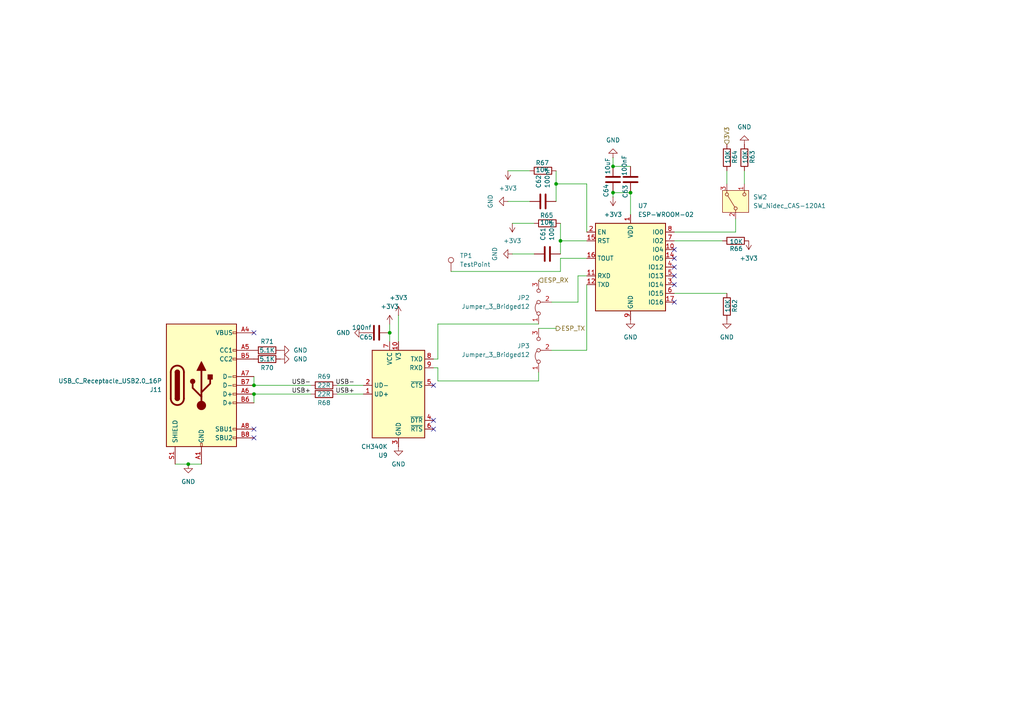
<source format=kicad_sch>
(kicad_sch (version 20250114) (generator "eeschema") (generator_version "9.0")
  (paper "A4")
  (title_block (date "2026-01-01") (rev "0.1") (company "Pehlivan Team"))
  (lib_symbols
    (symbol "Connector:TestPoint" (pin_numbers (hide yes)) (pin_names (offset 0.762) (hide yes))
      (property "Reference" "TP" (at 0 6.858 0))
      (property "Value" "TestPoint" (at 0 5.08 0))
      (symbol "TestPoint_0_1"
        (circle (center 0 3.302) (radius 0.762))
      )
      (symbol "TestPoint_1_1"
        (pin passive line (at 0 0 90) (length 2.54) (name "1") (number "1"))
      )
    )
    (symbol "Connector:USB_C_Receptacle_USB2.0_16P" (pin_names (offset 1.016))
      (property "Reference" "J" (at 0 22.225 0))
      (property "Value" "USB_C_Receptacle_USB2.0_16P" (at 0 19.685 0))
      (symbol "USB_C_Receptacle_USB2.0_16P_0_0"
        (rectangle (start -0.254 -17.78) (end 0.254 -16.764))
        (rectangle (start 10.16 15.494) (end 9.144 14.986))
        (rectangle (start 10.16 10.414) (end 9.144 9.906))
        (rectangle (start 10.16 7.874) (end 9.144 7.366))
        (rectangle (start 10.16 2.794) (end 9.144 2.286))
        (rectangle (start 10.16 0.254) (end 9.144 -0.254))
        (rectangle (start 10.16 -2.286) (end 9.144 -2.794))
        (rectangle (start 10.16 -4.826) (end 9.144 -5.334))
        (rectangle (start 10.16 -12.446) (end 9.144 -12.954))
        (rectangle (start 10.16 -14.986) (end 9.144 -15.494))
      )
      (symbol "USB_C_Receptacle_USB2.0_16P_0_1"
        (rectangle (start -10.16 17.78) (end 10.16 -17.78) (stroke (width 0.254)) (fill (type background)))
        (polyline (pts (xy -8.89 -3.81) (xy -8.89 3.81)) (stroke (width 0.508)))
        (rectangle (start -7.62 -3.81) (end -6.35 3.81) (stroke (width 0.254)) (fill (type outline)))
        (arc (start -7.62 3.81) (mid -6.985 4.4423) (end -6.35 3.81) (stroke (width 0.254)))
        (arc (start -7.62 3.81) (mid -6.985 4.4423) (end -6.35 3.81) (stroke (width 0.254)) (fill (type outline)))
        (arc (start -8.89 3.81) (mid -6.985 5.7067) (end -5.08 3.81) (stroke (width 0.508)))
        (arc (start -5.08 -3.81) (mid -6.985 -5.7067) (end -8.89 -3.81) (stroke (width 0.508)))
        (arc (start -6.35 -3.81) (mid -6.985 -4.4423) (end -7.62 -3.81) (stroke (width 0.254)))
        (arc (start -6.35 -3.81) (mid -6.985 -4.4423) (end -7.62 -3.81) (stroke (width 0.254)) (fill (type outline)))
        (polyline (pts (xy -5.08 3.81) (xy -5.08 -3.81)) (stroke (width 0.508)))
        (circle (center -2.54 1.143) (radius 0.635) (stroke (width 0.254)) (fill (type outline)))
        (polyline (pts (xy -1.27 4.318) (xy 0 6.858) (xy 1.27 4.318) (xy -1.27 4.318)) (stroke (width 0.254)) (fill (type outline)))
        (polyline (pts (xy 0 -2.032) (xy 2.54 0.508) (xy 2.54 1.778)) (stroke (width 0.508)))
        (polyline (pts (xy 0 -3.302) (xy -2.54 -0.762) (xy -2.54 0.508)) (stroke (width 0.508)))
        (polyline (pts (xy 0 -5.842) (xy 0 4.318)) (stroke (width 0.508)))
        (circle (center 0 -5.842) (radius 1.27) (fill (type outline)))
        (rectangle (start 1.905 1.778) (end 3.175 3.048) (stroke (width 0.254)) (fill (type outline)))
      )
      (symbol "USB_C_Receptacle_USB2.0_16P_1_1"
        (pin passive line (at -7.62 -22.86 90) (length 5.08) (name "SHIELD") (number "S1"))
        (pin passive line (at 0 -22.86 90) (length 5.08) (name "GND") (number "A1"))
        (pin passive line (at 0 -22.86 90) (length 5.08) (hide yes) (name "GND") (number "A12"))
        (pin passive line (at 0 -22.86 90) (length 5.08) (hide yes) (name "GND") (number "B1"))
        (pin passive line (at 0 -22.86 90) (length 5.08) (hide yes) (name "GND") (number "B12"))
        (pin passive line (at 15.24 15.24 180) (length 5.08) (name "VBUS") (number "A4"))
        (pin passive line (at 15.24 15.24 180) (length 5.08) (hide yes) (name "VBUS") (number "A9"))
        (pin passive line (at 15.24 15.24 180) (length 5.08) (hide yes) (name "VBUS") (number "B4"))
        (pin passive line (at 15.24 15.24 180) (length 5.08) (hide yes) (name "VBUS") (number "B9"))
        (pin bidirectional line (at 15.24 10.16 180) (length 5.08) (name "CC1") (number "A5"))
        (pin bidirectional line (at 15.24 7.62 180) (length 5.08) (name "CC2") (number "B5"))
        (pin bidirectional line (at 15.24 2.54 180) (length 5.08) (name "D-") (number "A7"))
        (pin bidirectional line (at 15.24 0 180) (length 5.08) (name "D-") (number "B7"))
        (pin bidirectional line (at 15.24 -2.54 180) (length 5.08) (name "D+") (number "A6"))
        (pin bidirectional line (at 15.24 -5.08 180) (length 5.08) (name "D+") (number "B6"))
        (pin bidirectional line (at 15.24 -12.7 180) (length 5.08) (name "SBU1") (number "A8"))
        (pin bidirectional line (at 15.24 -15.24 180) (length 5.08) (name "SBU2") (number "B8"))
      )
    )
    (symbol "Device:C" (pin_numbers (hide yes)) (pin_names (offset 0.254))
      (property "Reference" "C" (at 0.635 2.54 0))
      (property "Value" "C" (at 0.635 -2.54 0))
      (symbol "C_0_1"
        (polyline (pts (xy -2.032 0.762) (xy 2.032 0.762)) (stroke (width 0.508)))
        (polyline (pts (xy -2.032 -0.762) (xy 2.032 -0.762)) (stroke (width 0.508)))
      )
      (symbol "C_1_1"
        (pin passive line (at 0 3.81 270) (length 2.794) (name "~") (number "1"))
        (pin passive line (at 0 -3.81 90) (length 2.794) (name "~") (number "2"))
      )
    )
    (symbol "Device:R" (pin_numbers (hide yes)) (pin_names (offset 0))
      (property "Reference" "R" (at 2.032 0 90))
      (property "Value" "R" (at 0 0 90))
      (symbol "R_0_1"
        (rectangle (start -1.016 -2.54) (end 1.016 2.54) (stroke (width 0.254)))
      )
      (symbol "R_1_1"
        (pin passive line (at 0 3.81 270) (length 1.27) (name "~") (number "1"))
        (pin passive line (at 0 -3.81 90) (length 1.27) (name "~") (number "2"))
      )
    )
    (symbol "Interface_USB:CH340K"
      (property "Reference" "U5" (at -3.1181 -17.78 0))
      (property "Value" "CH340K" (at -3.1181 -15.24 0))
      (symbol "CH340K_0_1"
        (rectangle (start -7.62 12.7) (end 7.62 -12.7) (stroke (width 0.254)) (fill (type background)))
      )
      (symbol "CH340K_1_0"
        (pin passive line (at 0 -15.24 90) (length 2.54) (hide yes) (name "GND") (number "11"))
      )
      (symbol "CH340K_1_1"
        (pin bidirectional line (at -10.16 2.54 0) (length 2.54) (name "UD-") (number "2"))
        (pin bidirectional line (at -10.16 0 0) (length 2.54) (name "UD+") (number "1"))
        (pin power_in line (at -2.54 15.24 270) (length 2.54) (name "VCC") (number "7"))
        (pin passive line (at 0 15.24 270) (length 2.54) (name "V3") (number "10"))
        (pin power_in line (at 0 -15.24 90) (length 2.54) (name "GND") (number "3"))
        (pin output line (at 10.16 10.16 180) (length 2.54) (name "TXD") (number "8"))
        (pin input line (at 10.16 7.62 180) (length 2.54) (name "RXD") (number "9"))
        (pin input line (at 10.16 2.54 180) (length 2.54) (name "~{CTS}") (number "5"))
        (pin output line (at 10.16 -7.62 180) (length 2.54) (name "~{DTR}") (number "4"))
        (pin output line (at 10.16 -10.16 180) (length 2.54) (name "~{RTS}") (number "6"))
      )
    )
    (symbol "Jumper:Jumper_3_Bridged12" (pin_names (offset 0) (hide yes)) (in_bom no)
      (property "Reference" "JP" (at -2.54 -2.54 0))
      (property "Value" "Jumper_3_Bridged12" (at 0 2.794 0))
      (symbol "Jumper_3_Bridged12_0_0"
        (circle (center -3.302 0) (radius 0.508))
        (circle (center 0 0) (radius 0.508))
        (circle (center 3.302 0) (radius 0.508))
      )
      (symbol "Jumper_3_Bridged12_0_1"
        (arc (start -3.048 0.508) (mid -1.651 0.9912) (end -0.254 0.508))
        (polyline (pts (xy 0 -1.27) (xy 0 -0.508)))
      )
      (symbol "Jumper_3_Bridged12_1_1"
        (pin passive line (at -6.35 0 0) (length 2.54) (name "A") (number "1"))
        (pin passive line (at 0 -3.81 90) (length 2.54) (name "C") (number "2"))
        (pin passive line (at 6.35 0 180) (length 2.54) (name "B") (number "3"))
      )
    )
    (symbol "RF_Module:ESP-WROOM-02"
      (property "Reference" "U" (at -7.62 13.97 0))
      (property "Value" "ESP-WROOM-02" (at 10.16 13.97 0))
      (symbol "ESP-WROOM-02_0_1"
        (rectangle (start 10.16 12.7) (end -10.16 -12.7) (stroke (width 0.254)) (fill (type background)))
      )
      (symbol "ESP-WROOM-02_1_1"
        (pin input line (at -12.7 10.16 0) (length 2.54) (name "EN") (number "2"))
        (pin input line (at -12.7 7.62 0) (length 2.54) (name "RST") (number "15"))
        (pin input line (at -12.7 2.54 0) (length 2.54) (name "TOUT") (number "16"))
        (pin bidirectional line (at -12.7 -2.54 0) (length 2.54) (name "RXD") (number "11"))
        (pin bidirectional line (at -12.7 -5.08 0) (length 2.54) (name "TXD") (number "12"))
        (pin power_in line (at 0 15.24 270) (length 2.54) (name "VDD") (number "1"))
        (pin passive line (at 0 -15.24 90) (length 2.54) (hide yes) (name "GND") (number "13"))
        (pin passive line (at 0 -15.24 90) (length 2.54) (hide yes) (name "GND") (number "18"))
        (pin passive line (at 0 -15.24 90) (length 2.54) (hide yes) (name "GND") (number "19"))
        (pin power_in line (at 0 -15.24 90) (length 2.54) (name "GND") (number "9"))
        (pin bidirectional line (at 12.7 10.16 180) (length 2.54) (name "IO0") (number "8"))
        (pin bidirectional line (at 12.7 7.62 180) (length 2.54) (name "IO2") (number "7"))
        (pin bidirectional line (at 12.7 5.08 180) (length 2.54) (name "IO4") (number "10"))
        (pin bidirectional line (at 12.7 2.54 180) (length 2.54) (name "IO5") (number "14"))
        (pin bidirectional line (at 12.7 0 180) (length 2.54) (name "IO12") (number "4"))
        (pin bidirectional line (at 12.7 -2.54 180) (length 2.54) (name "IO13") (number "5"))
        (pin bidirectional line (at 12.7 -5.08 180) (length 2.54) (name "IO14") (number "3"))
        (pin bidirectional line (at 12.7 -7.62 180) (length 2.54) (name "IO15") (number "6"))
        (pin bidirectional line (at 12.7 -10.16 180) (length 2.54) (name "IO16") (number "17"))
      )
    )
    (symbol "Switch:SW_Nidec_CAS-120A1" (pin_names (offset 1) (hide yes))
      (property "Reference" "SW" (at 0 4.318 0))
      (property "Value" "SW_Nidec_CAS-120A1" (at 0 -5.08 0))
      (symbol "SW_Nidec_CAS-120A1_0_1"
        (circle (center -2.032 0) (radius 0.4572))
        (polyline (pts (xy -1.651 0.254) (xy 1.651 2.286)))
        (circle (center 2.032 2.54) (radius 0.4572))
        (circle (center 2.032 -2.54) (radius 0.4572))
      )
      (symbol "SW_Nidec_CAS-120A1_1_1"
        (rectangle (start -3.175 3.81) (end 3.175 -3.81) (fill (type background)))
        (pin passive line (at -5.08 0 0) (length 2.54) (name "B") (number "2"))
        (pin passive line (at 5.08 2.54 180) (length 2.54) (name "A") (number "3"))
        (pin passive line (at 5.08 -2.54 180) (length 2.54) (name "C") (number "1"))
      )
    )
    (symbol "power:+3V3" (power) (pin_numbers (hide yes)) (pin_names (offset 0) (hide yes))
      (property "Value" "+3V3" (at 0 3.556 0))
      (symbol "+3V3_0_1"
        (polyline (pts (xy -0.762 1.27) (xy 0 2.54)))
        (polyline (pts (xy 0 2.54) (xy 0.762 1.27)))
        (polyline (pts (xy 0 0) (xy 0 2.54)))
      )
      (symbol "+3V3_1_1"
        (pin power_in line (at 0 0 90) (length 0) (name "~") (number "1"))
      )
    )
    (symbol "power:GND" (power) (pin_numbers (hide yes)) (pin_names (offset 0) (hide yes))
      (property "Value" "GND" (at 0 -3.81 0))
      (symbol "GND_0_1"
        (polyline (pts (xy 0 0) (xy 0 -1.27) (xy 1.27 -1.27) (xy 0 -2.54) (xy -1.27 -1.27) (xy 0 -1.27)))
      )
      (symbol "GND_1_1"
        (pin power_in line (at 0 0 270) (length 0) (name "~") (number "1"))
      )
    )
  )
  (junction (at 54.61 134.62))
  (junction (at 113.03 96.52))
  (junction (at 73.66 114.3))
  (junction (at 177.8 55.88))
  (junction (at 161.29 53.34))
  (junction (at 162.56 69.85))
  (junction (at 182.88 55.88))
  (junction (at 73.66 111.76))
  (junction (at 177.8 48.26))
  (no_connect (at 73.66 127))
  (no_connect (at 195.58 72.39))
  (no_connect (at 125.73 124.46))
  (no_connect (at 125.73 111.76))
  (no_connect (at 195.58 77.47))
  (no_connect (at 195.58 80.01))
  (no_connect (at 195.58 74.93))
  (no_connect (at 73.66 124.46))
  (no_connect (at 195.58 82.55))
  (no_connect (at 73.66 96.52))
  (no_connect (at 195.58 87.63))
  (no_connect (at 125.73 121.92))
  (wire (pts (xy 162.56 69.85) (xy 162.56 64.77)))
  (wire (pts (xy 156.21 110.49) (xy 156.21 107.95)))
  (wire (pts (xy 177.8 45.72) (xy 177.8 48.26)))
  (wire (pts (xy 147.32 49.53) (xy 153.67 49.53)))
  (wire (pts (xy 148.59 73.66) (xy 154.94 73.66)))
  (wire (pts (xy 125.73 104.14) (xy 127 104.14)))
  (wire (pts (xy 213.36 63.5) (xy 213.36 67.31)))
  (wire (pts (xy 170.18 74.93) (xy 162.56 74.93)))
  (wire (pts (xy 73.66 111.76) (xy 73.66 109.22)))
  (wire (pts (xy 156.21 95.25) (xy 161.29 95.25)))
  (wire (pts (xy 127 104.14) (xy 127 93.98)))
  (wire (pts (xy 90.17 114.3) (xy 73.66 114.3)))
  (wire (pts (xy 125.73 106.68) (xy 127 106.68)))
  (wire (pts (xy 161.29 53.34) (xy 161.29 58.42)))
  (wire (pts (xy 161.29 49.53) (xy 161.29 53.34)))
  (wire (pts (xy 170.18 101.6) (xy 160.02 101.6)))
  (wire (pts (xy 177.8 55.88) (xy 182.88 55.88)))
  (wire (pts (xy 162.56 74.93) (xy 162.56 78.74)))
  (wire (pts (xy 177.8 48.26) (xy 182.88 48.26)))
  (wire (pts (xy 195.58 69.85) (xy 209.55 69.85)))
  (wire (pts (xy 73.66 114.3) (xy 73.66 116.84)))
  (wire (pts (xy 148.59 64.77) (xy 154.94 64.77)))
  (wire (pts (xy 156.21 110.49) (xy 127 110.49)))
  (wire (pts (xy 182.88 55.88) (xy 182.88 62.23)))
  (wire (pts (xy 195.58 85.09) (xy 210.82 85.09)))
  (wire (pts (xy 97.79 111.76) (xy 105.41 111.76)))
  (wire (pts (xy 195.58 67.31) (xy 213.36 67.31)))
  (wire (pts (xy 58.42 134.62) (xy 54.61 134.62)))
  (wire (pts (xy 215.9 49.53) (xy 215.9 53.34)))
  (wire (pts (xy 127 93.98) (xy 156.21 93.98)))
  (wire (pts (xy 54.61 134.62) (xy 50.8 134.62)))
  (wire (pts (xy 90.17 111.76) (xy 73.66 111.76)))
  (wire (pts (xy 113.03 96.52) (xy 113.03 99.06)))
  (wire (pts (xy 167.64 80.01) (xy 167.64 87.63)))
  (wire (pts (xy 97.79 114.3) (xy 105.41 114.3)))
  (wire (pts (xy 170.18 80.01) (xy 167.64 80.01)))
  (wire (pts (xy 170.18 82.55) (xy 170.18 101.6)))
  (wire (pts (xy 170.18 53.34) (xy 161.29 53.34)))
  (wire (pts (xy 210.82 49.53) (xy 210.82 53.34)))
  (wire (pts (xy 177.8 57.15) (xy 177.8 55.88)))
  (wire (pts (xy 162.56 73.66) (xy 162.56 69.85)))
  (wire (pts (xy 130.81 78.74) (xy 162.56 78.74)))
  (wire (pts (xy 115.57 91.44) (xy 115.57 99.06)))
  (wire (pts (xy 113.03 93.98) (xy 113.03 96.52)))
  (wire (pts (xy 127 106.68) (xy 127 110.49)))
  (wire (pts (xy 147.32 58.42) (xy 153.67 58.42)))
  (wire (pts (xy 162.56 69.85) (xy 170.18 69.85)))
  (wire (pts (xy 167.64 87.63) (xy 160.02 87.63)))
  (wire (pts (xy 170.18 67.31) (xy 170.18 53.34)))
  (label "USB+" (at 102.87 114.3 180))
  (label "USB-" (at 102.87 111.76 180))
  (label "USB+" (at 90.17 114.3 180))
  (label "USB-" (at 90.17 111.76 180))
  (hierarchical_label "ESP_TX" (shape output) (at 161.29 95.25 0))
  (hierarchical_label "3V3" (shape input) (at 210.82 41.91 90))
  (hierarchical_label "ESP_RX" (shape input) (at 156.21 81.28 0))
  (symbol (lib_id "power:GND") (at 215.9 41.91 180) (unit 1)
    (property "Reference" "#PWR056" (effects (hide yes)))
    (property "Value" "GND" (at 215.9 36.83 0))
    (property "Description" "Power symbol creates a global label with name \"GND\" , ground" (effects (hide yes)))
  )
  (symbol (lib_id "power:GND") (at 81.28 101.6 90) (unit 1)
    (property "Reference" "#PWR070" (effects (hide yes)))
    (property "Value" "GND" (at 85.09 101.6001 90) (effects (justify right)))
    (property "Description" "Power symbol creates a global label with name \"GND\" , ground" (effects (hide yes)))
  )
  (symbol (lib_id "power:GND") (at 177.8 45.72 180) (unit 1)
    (property "Reference" "#PWR059" (effects (hide yes)))
    (property "Value" "GND" (at 177.8 40.64 0))
    (property "Description" "Power symbol creates a global label with name \"GND\" , ground" (effects (hide yes)))
  )
  (symbol (lib_id "power:+3V3") (at 147.32 49.53 180) (unit 1)
    (property "Reference" "#PWR074" (effects (hide yes)))
    (property "Value" "+3V3" (at 147.32 54.61 0))
    (property "Description" "Power symbol creates a global label with name \"+3V3\"" (effects (hide yes)))
  )
  (symbol (lib_id "power:GND") (at 210.82 92.71 0) (unit 1)
    (property "Reference" "#PWR055" (effects (hide yes)))
    (property "Value" "GND" (at 210.82 97.79 0))
    (property "Description" "Power symbol creates a global label with name \"GND\" , ground" (effects (hide yes)))
  )
  (symbol (lib_id "Device:C") (at 158.75 73.66 270) (unit 1)
    (property "Reference" "C61" (at 157.4799 69.85 0) (effects (justify right)))
    (property "Value" "100nF" (at 160.0199 69.85 0) (effects (justify right)))
    (property "Footprint" "Capacitor_SMD:C_0603_1608Metric_Pad1.08x0.95mm_HandSolder" (effects (hide yes)))
    (property "Description" "Unpolarized capacitor" (effects (hide yes)))
  )
  (symbol (lib_id "Device:R") (at 158.75 64.77 90) (unit 1)
    (property "Reference" "R65" (at 160.528 62.484 90) (effects (justify left)))
    (property "Value" "10K" (at 160.528 64.516 90) (effects (justify left)))
    (property "Footprint" "Resistor_SMD:R_0612_1632Metric_Pad1.18x3.40mm_HandSolder" (effects (hide yes)))
    (property "Description" "Resistor" (effects (hide yes)))
  )
  (symbol (lib_id "power:+3V3") (at 113.03 93.98 0) (unit 1)
    (property "Reference" "#PWR076" (effects (hide yes)))
    (property "Value" "+3V3" (at 113.03 88.9 0))
    (property "Description" "Power symbol creates a global label with name \"+3V3\"" (effects (hide yes)))
  )
  (symbol (lib_id "Device:C") (at 177.8 52.07 0) (unit 1)
    (property "Reference" "C64" (at 175.768 53.34 90) (effects (justify right)))
    (property "Value" "10uF" (at 176.276 45.72 90) (effects (justify right)))
    (property "Footprint" "Capacitor_SMD:C_0603_1608Metric_Pad1.08x0.95mm_HandSolder" (effects (hide yes)))
    (property "Description" "Unpolarized capacitor" (effects (hide yes)))
  )
  (symbol (lib_id "Device:C") (at 109.22 96.52 270) (unit 1)
    (property "Reference" "C65" (at 106.172 97.79 90))
    (property "Value" "100nf" (at 104.902 94.996 90))
    (property "Footprint" "Capacitor_SMD:C_0805_2012Metric_Pad1.18x1.45mm_HandSolder" (effects (hide yes)))
    (property "Description" "Unpolarized capacitor" (effects (hide yes)))
  )
  (symbol (lib_id "Device:R") (at 213.36 69.85 270) (unit 1)
    (property "Reference" "R66" (at 211.582 72.136 90) (effects (justify left)))
    (property "Value" "10K" (at 211.582 70.104 90) (effects (justify left)))
    (property "Footprint" "Resistor_SMD:R_0612_1632Metric_Pad1.18x3.40mm_HandSolder" (effects (hide yes)))
    (property "Description" "Resistor" (effects (hide yes)))
  )
  (symbol (lib_id "Device:R") (at 215.9 45.72 0) (unit 1)
    (property "Reference" "R63" (at 218.186 47.498 90) (effects (justify left)))
    (property "Value" "10K" (at 216.154 47.498 90) (effects (justify left)))
    (property "Footprint" "Resistor_SMD:R_0612_1632Metric_Pad1.18x3.40mm_HandSolder" (effects (hide yes)))
    (property "Description" "Resistor" (effects (hide yes)))
  )
  (symbol (lib_id "Interface_USB:CH340K") (at 115.57 114.3 0) (unit 1)
    (property "Reference" "U9" (at 112.4519 132.08 0) (effects (justify right)))
    (property "Value" "CH340K" (at 112.4519 129.54 0) (effects (justify right)))
    (property "Footprint" "Package_SO:SSOP-10-1EP_3.9x4.9mm_P1mm_EP2.1x3.3mm" (effects (hide yes)))
    (property "Datasheet" "https://cdn.sparkfun.com/assets/5/0/a/8/5/CH340DS1.PDF" (effects (hide yes)))
    (property "Description" "USB serial converter, UART, SSOP-10" (effects (hide yes)))
  )
  (symbol (lib_id "RF_Module:ESP-WROOM-02") (at 182.88 77.47 0) (unit 1)
    (property "Reference" "U7" (at 185.0233 59.69 0) (effects (justify left)))
    (property "Value" "ESP-WROOM-02" (at 185.0233 62.23 0) (effects (justify left)))
    (property "Footprint" "RF_Module:ESP-WROOM-02" (effects (hide yes)))
    (property "Datasheet" "https://www.espressif.com/sites/default/files/documentation/0c-esp-wroom-02_datasheet_en.pdf" (effects (hide yes)))
    (property "Description" "Wi-Fi Module, ESP8266EX SoC, 32-bit, 802.11b/g/n, WPA/WPA2, 2.7-3.6V, SMD" (effects (hide yes)))
  )
  (symbol (lib_id "Connector:TestPoint") (at 130.81 78.74 0) (unit 1)
    (property "Reference" "TP1" (at 133.35 74.1679 0) (effects (justify left)))
    (property "Value" "TestPoint" (at 133.35 76.7079 0) (effects (justify left)))
    (property "Footprint" "TestPoint:TestPoint_Loop_D2.50mm_Drill1.0mm_LowProfile" (effects (hide yes)))
    (property "Description" "test point" (effects (hide yes)))
  )
  (symbol (lib_id "power:GND") (at 182.88 92.71 0) (unit 1)
    (property "Reference" "#PWR057" (effects (hide yes)))
    (property "Value" "GND" (at 182.88 97.79 0))
    (property "Description" "Power symbol creates a global label with name \"GND\" , ground" (effects (hide yes)))
  )
  (symbol (lib_id "power:GND") (at 54.61 134.62 0) (unit 1)
    (property "Reference" "#PWR071" (effects (hide yes)))
    (property "Value" "GND" (at 54.61 139.7 0))
    (property "Description" "Power symbol creates a global label with name \"GND\" , ground" (effects (hide yes)))
  )
  (symbol (lib_id "Device:R") (at 77.47 104.14 270) (unit 1)
    (property "Reference" "R70" (at 77.47 106.68 90))
    (property "Value" "5.1K" (at 77.47 104.14 90))
    (property "Footprint" "Resistor_SMD:R_0603_1608Metric_Pad0.98x0.95mm_HandSolder" (effects (hide yes)))
    (property "Description" "Resistor" (effects (hide yes)))
  )
  (symbol (lib_id "power:+3V3") (at 177.8 57.15 180) (unit 1)
    (property "Reference" "#PWR072" (effects (hide yes)))
    (property "Value" "+3V3" (at 177.8 62.23 0))
    (property "Description" "Power symbol creates a global label with name \"+3V3\"" (effects (hide yes)))
  )
  (symbol (lib_id "Jumper:Jumper_3_Bridged12") (at 156.21 101.6 90) (unit 1) (in_bom no)
    (property "Reference" "JP3" (at 153.67 100.3299 90) (effects (justify left)))
    (property "Value" "Jumper_3_Bridged12" (at 153.67 102.8699 90) (effects (justify left)))
    (property "Footprint" "Jumper:SolderJumper-3_P2.0mm_Open_TrianglePad1.0x1.5mm_NumberLabels" (effects (hide yes)))
    (property "Description" "Jumper, 3-pole, pins 1+2 closed/bridged" (effects (hide yes)))
  )
  (symbol (lib_id "power:+3V3") (at 217.17 69.85 180) (unit 1)
    (property "Reference" "#PWR075" (effects (hide yes)))
    (property "Value" "+3V3" (at 217.17 74.93 0))
    (property "Description" "Power symbol creates a global label with name \"+3V3\"" (effects (hide yes)))
  )
  (symbol (lib_id "power:GND") (at 147.32 58.42 270) (unit 1)
    (property "Reference" "#PWR064" (effects (hide yes)))
    (property "Value" "GND" (at 142.24 58.42 0))
    (property "Description" "Power symbol creates a global label with name \"GND\" , ground" (effects (hide yes)))
  )
  (symbol (lib_id "power:+3V3") (at 148.59 64.77 180) (unit 1)
    (property "Reference" "#PWR073" (effects (hide yes)))
    (property "Value" "+3V3" (at 148.59 69.85 0))
    (property "Description" "Power symbol creates a global label with name \"+3V3\"" (effects (hide yes)))
  )
  (symbol (lib_id "Device:R") (at 210.82 45.72 0) (unit 1)
    (property "Reference" "R64" (at 213.106 47.498 90) (effects (justify left)))
    (property "Value" "10K" (at 211.074 47.498 90) (effects (justify left)))
    (property "Footprint" "Resistor_SMD:R_0612_1632Metric_Pad1.18x3.40mm_HandSolder" (effects (hide yes)))
    (property "Description" "Resistor" (effects (hide yes)))
  )
  (symbol (lib_id "Device:R") (at 210.82 88.9 0) (unit 1)
    (property "Reference" "R62" (at 213.106 90.678 90) (effects (justify left)))
    (property "Value" "10K" (at 211.074 90.678 90) (effects (justify left)))
    (property "Footprint" "Resistor_SMD:R_0612_1632Metric_Pad1.18x3.40mm_HandSolder" (effects (hide yes)))
    (property "Description" "Resistor" (effects (hide yes)))
  )
  (symbol (lib_id "Device:C") (at 157.48 58.42 270) (unit 1)
    (property "Reference" "C62" (at 156.2099 54.61 0) (effects (justify right)))
    (property "Value" "100nF" (at 158.7499 54.61 0) (effects (justify right)))
    (property "Footprint" "Capacitor_SMD:C_0603_1608Metric_Pad1.08x0.95mm_HandSolder" (effects (hide yes)))
    (property "Description" "Unpolarized capacitor" (effects (hide yes)))
  )
  (symbol (lib_id "power:GND") (at 105.41 96.52 270) (unit 1)
    (property "Reference" "#PWR068" (effects (hide yes)))
    (property "Value" "GND" (at 101.6 96.5201 90) (effects (justify right)))
    (property "Description" "Power symbol creates a global label with name \"GND\" , ground" (effects (hide yes)))
  )
  (symbol (lib_id "Jumper:Jumper_3_Bridged12") (at 156.21 87.63 90) (unit 1) (in_bom no)
    (property "Reference" "JP2" (at 153.67 86.3599 90) (effects (justify left)))
    (property "Value" "Jumper_3_Bridged12" (at 153.67 88.8999 90) (effects (justify left)))
    (property "Footprint" "Jumper:SolderJumper-3_P2.0mm_Open_TrianglePad1.0x1.5mm_NumberLabels" (effects (hide yes)))
    (property "Description" "Jumper, 3-pole, pins 1+2 closed/bridged" (effects (hide yes)))
  )
  (symbol (lib_id "power:+3V3") (at 115.57 91.44 0) (unit 1)
    (property "Reference" "#PWR077" (effects (hide yes)))
    (property "Value" "+3V3" (at 115.57 86.36 0))
    (property "Description" "Power symbol creates a global label with name \"+3V3\"" (effects (hide yes)))
  )
  (symbol (lib_id "power:GND") (at 148.59 73.66 270) (unit 1)
    (property "Reference" "#PWR061" (effects (hide yes)))
    (property "Value" "GND" (at 143.51 73.66 0))
    (property "Description" "Power symbol creates a global label with name \"GND\" , ground" (effects (hide yes)))
  )
  (symbol (lib_id "Device:R") (at 93.98 111.76 90) (unit 1)
    (property "Reference" "R69" (at 93.98 109.22 90))
    (property "Value" "22R" (at 93.98 111.76 90))
    (property "Footprint" "Resistor_SMD:R_0603_1608Metric_Pad0.98x0.95mm_HandSolder" (effects (hide yes)))
    (property "Description" "Resistor" (effects (hide yes)))
  )
  (symbol (lib_id "power:GND") (at 115.57 129.54 0) (unit 1)
    (property "Reference" "#PWR065" (effects (hide yes)))
    (property "Value" "GND" (at 115.57 134.62 0))
    (property "Description" "Power symbol creates a global label with name \"GND\" , ground" (effects (hide yes)))
  )
  (symbol (lib_id "Device:R") (at 93.98 114.3 270) (unit 1)
    (property "Reference" "R68" (at 93.98 116.84 90))
    (property "Value" "22R" (at 93.98 114.3 90))
    (property "Footprint" "Resistor_SMD:R_0603_1608Metric_Pad0.98x0.95mm_HandSolder" (effects (hide yes)))
    (property "Description" "Resistor" (effects (hide yes)))
  )
  (symbol (lib_id "Switch:SW_Nidec_CAS-120A1") (at 213.36 58.42 90) (unit 1)
    (property "Reference" "SW2" (at 218.44 57.1499 90) (effects (justify right)))
    (property "Value" "SW_Nidec_CAS-120A1" (at 218.44 59.6899 90) (effects (justify right)))
    (property "Footprint" "Button_Switch_SMD:Nidec_Copal_CAS-120A" (effects (hide yes)))
    (property "Datasheet" "https://www.nidec-components.com/e/catalog/switch/cas.pdf" (effects (hide yes)))
    (property "Description" "Switch, single pole double throw" (effects (hide yes)))
  )
  (symbol (lib_id "Device:R") (at 77.47 101.6 90) (unit 1)
    (property "Reference" "R71" (at 77.47 99.06 90))
    (property "Value" "5.1K" (at 77.47 101.6 90))
    (property "Footprint" "Resistor_SMD:R_0603_1608Metric_Pad0.98x0.95mm_HandSolder" (effects (hide yes)))
    (property "Description" "Resistor" (effects (hide yes)))
  )
  (symbol (lib_id "power:GND") (at 81.28 104.14 90) (unit 1)
    (property "Reference" "#PWR069" (effects (hide yes)))
    (property "Value" "GND" (at 85.09 104.1401 90) (effects (justify right)))
    (property "Description" "Power symbol creates a global label with name \"GND\" , ground" (effects (hide yes)))
  )
  (symbol (lib_id "Connector:USB_C_Receptacle_USB2.0_16P") (at 58.42 111.76 0) (unit 1)
    (property "Reference" "J11" (at 46.99 113.0301 0) (effects (justify right)))
    (property "Value" "USB_C_Receptacle_USB2.0_16P" (at 46.99 110.4901 0) (effects (justify right)))
    (property "Footprint" "Connector_USB:USB_C_Receptacle_HCTL_HC-TYPE-C-16P-01A" (effects (hide yes)))
    (property "Datasheet" "https://www.usb.org/sites/default/files/documents/usb_type-c.zip" (effects (hide yes)))
    (property "Description" "USB 2.0-only 16P Type-C Receptacle connector" (effects (hide yes)))
  )
  (symbol (lib_id "Device:C") (at 182.88 52.07 0) (unit 1)
    (property "Reference" "C63" (at 181.356 53.594 90) (effects (justify right)))
    (property "Value" "100nF" (at 181.102 44.958 90) (effects (justify right)))
    (property "Footprint" "Capacitor_SMD:C_0603_1608Metric_Pad1.08x0.95mm_HandSolder" (effects (hide yes)))
    (property "Description" "Unpolarized capacitor" (effects (hide yes)))
  )
  (symbol (lib_id "Device:R") (at 157.48 49.53 90) (unit 1)
    (property "Reference" "R67" (at 159.258 47.244 90) (effects (justify left)))
    (property "Value" "10K" (at 159.258 49.276 90) (effects (justify left)))
    (property "Footprint" "Resistor_SMD:R_0612_1632Metric_Pad1.18x3.40mm_HandSolder" (effects (hide yes)))
    (property "Description" "Resistor" (effects (hide yes)))
  )
)
</source>
